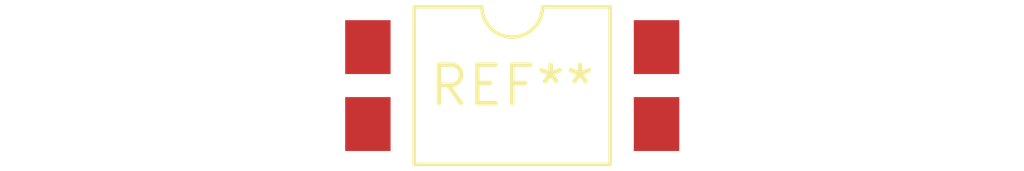
<source format=kicad_pcb>
(kicad_pcb (version 20240108) (generator pcbnew)
  (layers (0 "F.Cu" signal) (31 "B.Cu" signal) (34 "B.Paste" user) (35 "F.Paste" user) (36 "B.SilkS" user "B.Silkscreen") (37 "F.SilkS" user "F.Silkscreen") (38 "B.Mask" user) (39 "F.Mask" user) (44 "Edge.Cuts" user))
  (net 0 "")
  (footprint "SMDIP-4_W9.53mm_Clearance8mm" (layer "F.Cu") (at 0 0)
    (property "Reference" "REF**")
    (property "Value" "SMDIP-4_W9.53mm_Clearance8mm")
    (fp_line (start -3.235 -2.6) (end -3.235 2.6) (layer "F.SilkS") (stroke (width 0.12)))
    (fp_line (start -3.235 2.6) (end 3.235 2.6) (layer "F.SilkS") (stroke (width 0.12)))
    (fp_line (start -1 -2.6) (end -3.235 -2.6) (layer "F.SilkS") (stroke (width 0.12)))
    (fp_line (start 3.235 -2.6) (end 1 -2.6) (layer "F.SilkS") (stroke (width 0.12)))
    (fp_line (start 3.235 2.6) (end 3.235 -2.6) (layer "F.SilkS") (stroke (width 0.12)))
    (fp_arc (start 1 -2.6) (mid 0 -1.6) (end -1 -2.6) (layer "F.SilkS") (stroke (width 0.12)))
    (pad "1" smd rect (at -4.765 -1.27) (size 1.5 1.78) (layers "F.Cu" "F.Paste" "F.Mask"))
    (pad "2" smd rect (at -4.765 1.27) (size 1.5 1.78) (layers "F.Cu" "F.Paste" "F.Mask"))
    (pad "3" smd rect (at 4.765 1.27) (size 1.5 1.78) (layers "F.Cu" "F.Paste" "F.Mask"))
    (pad "4" smd rect (at 4.765 -1.27) (size 1.5 1.78) (layers "F.Cu" "F.Paste" "F.Mask"))
  )
)
</source>
